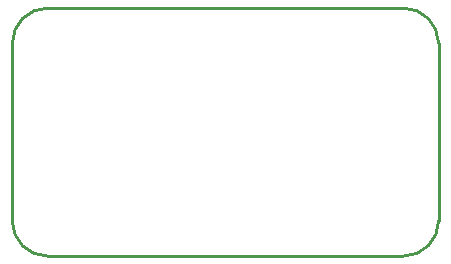
<source format=gko>
G04 Layer: BoardOutlineLayer*
G04 EasyEDA v6.5.48, 2025-02-22 14:07:37*
G04 17b28a04ad434079b4a69dc4657e0bf9,f2e2a8b566e441589a5ce94012aa69ba,10*
G04 Gerber Generator version 0.2*
G04 Scale: 100 percent, Rotated: No, Reflected: No *
G04 Dimensions in millimeters *
G04 leading zeros omitted , absolute positions ,4 integer and 5 decimal *
%FSLAX45Y45*%
%MOMM*%

%ADD10C,0.2540*%
D10*
X-3759200Y215900D02*
G01*
X-3759200Y1716897D01*
X-449206Y-84099D02*
G01*
X-3459200Y-84099D01*
X-149207Y1716897D02*
G01*
X-149207Y215900D01*
X-3459200Y2016897D02*
G01*
X-449206Y2016897D01*
G75*
G01*
X-449207Y2016897D02*
G02*
X-149207Y1716898I0J-299999D01*
G75*
G01*
X-3459201Y-84099D02*
G02*
X-3759200Y215900I0J299999D01*
G75*
G01*
X-3759200Y1716898D02*
G02*
X-3459201Y2016897I299999J0D01*
G75*
G01*
X-149207Y215900D02*
G02*
X-449207Y-84099I-300000J0D01*

%LPD*%
M02*

</source>
